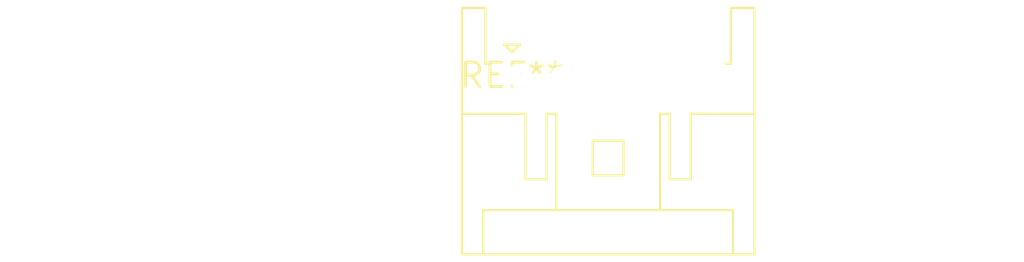
<source format=kicad_pcb>
(kicad_pcb (version 20240108) (generator pcbnew)
  (layers (0 "F.Cu" signal) (31 "B.Cu" signal) (34 "B.Paste" user) (35 "F.Paste" user) (36 "B.SilkS" user "B.Silkscreen") (37 "F.SilkS" user "F.Silkscreen") (38 "B.Mask" user) (39 "F.Mask" user) (44 "Edge.Cuts" user))
  (net 0 "")
  (footprint "JST_XA_S05B-XASK-1N-BN_1x05_P2.50mm_Horizontal" (layer "F.Cu") (at 0 0)
    (property "Reference" "REF**")
    (property "Value" "JST_XA_S05B-XASK-1N-BN_1x05_P2.50mm_Horizontal")
    (fp_line (start -2.61 -3.51) (end -2.61 9.31) (layer "F.SilkS") (stroke (width 0.12)))
    (fp_line (start -2.61 9.31) (end 12.61 9.31) (layer "F.SilkS") (stroke (width 0.12)))
    (fp_line (start -1.5 7.01) (end 11.5 7.01) (layer "F.SilkS") (stroke (width 0.12)))
    (fp_line (start -1.5 9.31) (end -1.5 7.01) (layer "F.SilkS") (stroke (width 0.12)))
    (fp_line (start -1.39 -3.51) (end -2.61 -3.51) (layer "F.SilkS") (stroke (width 0.12)))
    (fp_line (start -1.39 -0.61) (end -1.39 -3.51) (layer "F.SilkS") (stroke (width 0.12)))
    (fp_line (start -1.11 -0.61) (end -1.39 -0.61) (layer "F.SilkS") (stroke (width 0.12)))
    (fp_line (start -0.4 -1.6) (end 0.4 -1.6) (layer "F.SilkS") (stroke (width 0.12)))
    (fp_line (start 0 -1.2) (end -0.4 -1.6) (layer "F.SilkS") (stroke (width 0.12)))
    (fp_line (start 0.4 -1.6) (end 0 -1.2) (layer "F.SilkS") (stroke (width 0.12)))
    (fp_line (start 0.7 2) (end -2.61 2) (layer "F.SilkS") (stroke (width 0.12)))
    (fp_line (start 0.7 5.41) (end 0.7 2) (layer "F.SilkS") (stroke (width 0.12)))
    (fp_line (start 1.8 2) (end 1.8 5.41) (layer "F.SilkS") (stroke (width 0.12)))
    (fp_line (start 1.8 5.41) (end 0.7 5.41) (layer "F.SilkS") (stroke (width 0.12)))
    (fp_line (start 2.3 2) (end 1.8 2) (layer "F.SilkS") (stroke (width 0.12)))
    (fp_line (start 2.3 7.01) (end 2.3 2) (layer "F.SilkS") (stroke (width 0.12)))
    (fp_line (start 4.2 3.4) (end 5.8 3.4) (layer "F.SilkS") (stroke (width 0.12)))
    (fp_line (start 4.2 5.2) (end 4.2 3.4) (layer "F.SilkS") (stroke (width 0.12)))
    (fp_line (start 5.8 3.4) (end 5.8 5.2) (layer "F.SilkS") (stroke (width 0.12)))
    (fp_line (start 5.8 5.2) (end 4.2 5.2) (layer "F.SilkS") (stroke (width 0.12)))
    (fp_line (start 7.7 2) (end 8.2 2) (layer "F.SilkS") (stroke (width 0.12)))
    (fp_line (start 7.7 7.01) (end 7.7 2) (layer "F.SilkS") (stroke (width 0.12)))
    (fp_line (start 8.2 2) (end 8.2 5.41) (layer "F.SilkS") (stroke (width 0.12)))
    (fp_line (start 8.2 5.41) (end 9.3 5.41) (layer "F.SilkS") (stroke (width 0.12)))
    (fp_line (start 9.3 2) (end 12.61 2) (layer "F.SilkS") (stroke (width 0.12)))
    (fp_line (start 9.3 5.41) (end 9.3 2) (layer "F.SilkS") (stroke (width 0.12)))
    (fp_line (start 11.39 -3.51) (end 11.39 -0.61) (layer "F.SilkS") (stroke (width 0.12)))
    (fp_line (start 11.39 -0.61) (end 11.11 -0.61) (layer "F.SilkS") (stroke (width 0.12)))
    (fp_line (start 11.5 7.01) (end 11.5 9.31) (layer "F.SilkS") (stroke (width 0.12)))
    (fp_line (start 12.61 -3.51) (end 11.39 -3.51) (layer "F.SilkS") (stroke (width 0.12)))
    (fp_line (start 12.61 9.31) (end 12.61 -3.51) (layer "F.SilkS") (stroke (width 0.12)))
    (pad "1" thru_hole roundrect (at 0 0) (size 1.7 1.95) (drill 0.95) (layers *.Cu *.Mask) (remove_unused_layers) (roundrect_rratio 0.147059))
    (pad "2" thru_hole oval (at 2.5 0) (size 1.7 1.95) (drill 0.95) (layers *.Cu *.Mask) (remove_unused_layers))
    (pad "3" thru_hole oval (at 5 0) (size 1.7 1.95) (drill 0.95) (layers *.Cu *.Mask) (remove_unused_layers))
    (pad "4" thru_hole oval (at 7.5 0) (size 1.7 1.95) (drill 0.95) (layers *.Cu *.Mask) (remove_unused_layers))
    (pad "5" thru_hole oval (at 10 0) (size 1.7 1.95) (drill 0.95) (layers *.Cu *.Mask) (remove_unused_layers))
  )
)
</source>
